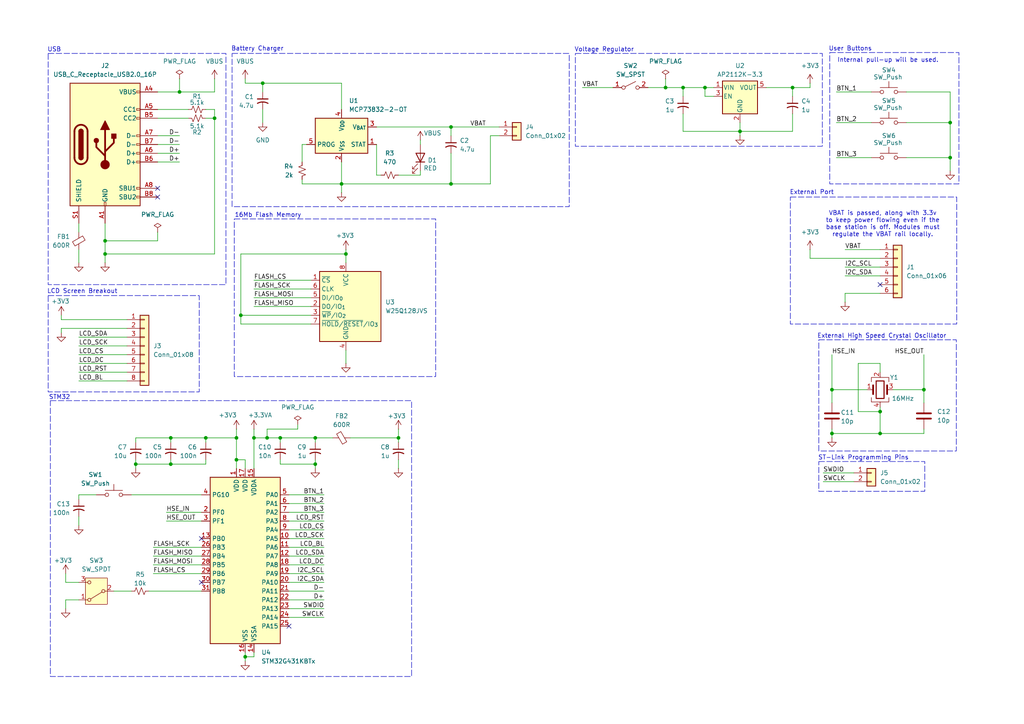
<source format=kicad_sch>
(kicad_sch (version 20250114) (generator "eeschema") (generator_version "9.0")
  (paper "A4")
  (lib_symbols
    (symbol "Battery_Management:MCP73832-2-OT"
      (property "Reference" "U" (at -7.62 6.35 0))
      (property "Value" "MCP73832-2-OT" (at 1.27 6.35 0))
      (symbol "MCP73832-2-OT_0_1"
        (rectangle (start -7.62 5.08) (end 7.62 -5.08) (stroke (width 0.254)) (fill (type background)))
      )
      (symbol "MCP73832-2-OT_1_1"
        (pin input line (at -10.16 -2.54 0) (length 2.54) (name "PROG") (number "5"))
        (pin power_in line (at 0 7.62 270) (length 2.54) (name "V_{DD}") (number "4"))
        (pin power_in line (at 0 -7.62 90) (length 2.54) (name "V_{SS}") (number "2"))
        (pin power_out line (at 10.16 2.54 180) (length 2.54) (name "V_{BAT}") (number "3"))
        (pin open_collector line (at 10.16 -2.54 180) (length 2.54) (name "STAT") (number "1"))
      )
    )
    (symbol "Connector:USB_C_Receptacle_USB2.0_16P" (pin_names (offset 1.016))
      (property "Reference" "J" (at 0 22.225 0))
      (property "Value" "USB_C_Receptacle_USB2.0_16P" (at 0 19.685 0))
      (symbol "USB_C_Receptacle_USB2.0_16P_0_0"
        (rectangle (start -0.254 -17.78) (end 0.254 -16.764))
        (rectangle (start 10.16 15.494) (end 9.144 14.986))
        (rectangle (start 10.16 10.414) (end 9.144 9.906))
        (rectangle (start 10.16 7.874) (end 9.144 7.366))
        (rectangle (start 10.16 2.794) (end 9.144 2.286))
        (rectangle (start 10.16 0.254) (end 9.144 -0.254))
        (rectangle (start 10.16 -2.286) (end 9.144 -2.794))
        (rectangle (start 10.16 -4.826) (end 9.144 -5.334))
        (rectangle (start 10.16 -12.446) (end 9.144 -12.954))
        (rectangle (start 10.16 -14.986) (end 9.144 -15.494))
      )
      (symbol "USB_C_Receptacle_USB2.0_16P_0_1"
        (rectangle (start -10.16 17.78) (end 10.16 -17.78) (stroke (width 0.254)) (fill (type background)))
        (polyline (pts (xy -8.89 -3.81) (xy -8.89 3.81)) (stroke (width 0.508)))
        (rectangle (start -7.62 -3.81) (end -6.35 3.81) (stroke (width 0.254)) (fill (type outline)))
        (arc (start -7.62 3.81) (mid -6.985 4.4423) (end -6.35 3.81) (stroke (width 0.254)))
        (arc (start -7.62 3.81) (mid -6.985 4.4423) (end -6.35 3.81) (stroke (width 0.254)) (fill (type outline)))
        (arc (start -8.89 3.81) (mid -6.985 5.7067) (end -5.08 3.81) (stroke (width 0.508)))
        (arc (start -5.08 -3.81) (mid -6.985 -5.7067) (end -8.89 -3.81) (stroke (width 0.508)))
        (arc (start -6.35 -3.81) (mid -6.985 -4.4423) (end -7.62 -3.81) (stroke (width 0.254)))
        (arc (start -6.35 -3.81) (mid -6.985 -4.4423) (end -7.62 -3.81) (stroke (width 0.254)) (fill (type outline)))
        (polyline (pts (xy -5.08 3.81) (xy -5.08 -3.81)) (stroke (width 0.508)))
        (circle (center -2.54 1.143) (radius 0.635) (stroke (width 0.254)) (fill (type outline)))
        (polyline (pts (xy -1.27 4.318) (xy 0 6.858) (xy 1.27 4.318) (xy -1.27 4.318)) (stroke (width 0.254)) (fill (type outline)))
        (polyline (pts (xy 0 -2.032) (xy 2.54 0.508) (xy 2.54 1.778)) (stroke (width 0.508)))
        (polyline (pts (xy 0 -3.302) (xy -2.54 -0.762) (xy -2.54 0.508)) (stroke (width 0.508)))
        (polyline (pts (xy 0 -5.842) (xy 0 4.318)) (stroke (width 0.508)))
        (circle (center 0 -5.842) (radius 1.27) (fill (type outline)))
        (rectangle (start 1.905 1.778) (end 3.175 3.048) (stroke (width 0.254)) (fill (type outline)))
      )
      (symbol "USB_C_Receptacle_USB2.0_16P_1_1"
        (pin passive line (at -7.62 -22.86 90) (length 5.08) (name "SHIELD") (number "S1"))
        (pin passive line (at 0 -22.86 90) (length 5.08) (name "GND") (number "A1"))
        (pin passive line (at 0 -22.86 90) (length 5.08) (hide yes) (name "GND") (number "A12"))
        (pin passive line (at 0 -22.86 90) (length 5.08) (hide yes) (name "GND") (number "B1"))
        (pin passive line (at 0 -22.86 90) (length 5.08) (hide yes) (name "GND") (number "B12"))
        (pin passive line (at 15.24 15.24 180) (length 5.08) (name "VBUS") (number "A4"))
        (pin passive line (at 15.24 15.24 180) (length 5.08) (hide yes) (name "VBUS") (number "A9"))
        (pin passive line (at 15.24 15.24 180) (length 5.08) (hide yes) (name "VBUS") (number "B4"))
        (pin passive line (at 15.24 15.24 180) (length 5.08) (hide yes) (name "VBUS") (number "B9"))
        (pin bidirectional line (at 15.24 10.16 180) (length 5.08) (name "CC1") (number "A5"))
        (pin bidirectional line (at 15.24 7.62 180) (length 5.08) (name "CC2") (number "B5"))
        (pin bidirectional line (at 15.24 2.54 180) (length 5.08) (name "D-") (number "A7"))
        (pin bidirectional line (at 15.24 0 180) (length 5.08) (name "D-") (number "B7"))
        (pin bidirectional line (at 15.24 -2.54 180) (length 5.08) (name "D+") (number "A6"))
        (pin bidirectional line (at 15.24 -5.08 180) (length 5.08) (name "D+") (number "B6"))
        (pin bidirectional line (at 15.24 -12.7 180) (length 5.08) (name "SBU1") (number "A8"))
        (pin bidirectional line (at 15.24 -15.24 180) (length 5.08) (name "SBU2") (number "B8"))
      )
    )
    (symbol "Connector_Generic:Conn_01x02" (pin_names (offset 1.016) (hide yes))
      (property "Reference" "J" (at 0 2.54 0))
      (property "Value" "Conn_01x02" (at 0 -5.08 0))
      (symbol "Conn_01x02_1_1"
        (rectangle (start -1.27 1.27) (end 1.27 -3.81) (stroke (width 0.254)) (fill (type background)))
        (rectangle (start -1.27 0.127) (end 0 -0.127) (stroke (width 0.1524)))
        (rectangle (start -1.27 -2.413) (end 0 -2.667) (stroke (width 0.1524)))
        (pin passive line (at -5.08 0 0) (length 3.81) (name "Pin_1") (number "1"))
        (pin passive line (at -5.08 -2.54 0) (length 3.81) (name "Pin_2") (number "2"))
      )
    )
    (symbol "Connector_Generic:Conn_01x06" (pin_names (offset 1.016) (hide yes))
      (property "Reference" "J" (at 0 7.62 0))
      (property "Value" "Conn_01x06" (at 0 -10.16 0))
      (symbol "Conn_01x06_1_1"
        (rectangle (start -1.27 6.35) (end 1.27 -8.89) (stroke (width 0.254)) (fill (type background)))
        (rectangle (start -1.27 5.207) (end 0 4.953) (stroke (width 0.1524)))
        (rectangle (start -1.27 2.667) (end 0 2.413) (stroke (width 0.1524)))
        (rectangle (start -1.27 0.127) (end 0 -0.127) (stroke (width 0.1524)))
        (rectangle (start -1.27 -2.413) (end 0 -2.667) (stroke (width 0.1524)))
        (rectangle (start -1.27 -4.953) (end 0 -5.207) (stroke (width 0.1524)))
        (rectangle (start -1.27 -7.493) (end 0 -7.747) (stroke (width 0.1524)))
        (pin passive line (at -5.08 5.08 0) (length 3.81) (name "Pin_1") (number "1"))
        (pin passive line (at -5.08 2.54 0) (length 3.81) (name "Pin_2") (number "2"))
        (pin passive line (at -5.08 0 0) (length 3.81) (name "Pin_3") (number "3"))
        (pin passive line (at -5.08 -2.54 0) (length 3.81) (name "Pin_4") (number "4"))
        (pin passive line (at -5.08 -5.08 0) (length 3.81) (name "Pin_5") (number "5"))
        (pin passive line (at -5.08 -7.62 0) (length 3.81) (name "Pin_6") (number "6"))
      )
    )
    (symbol "Connector_Generic:Conn_01x08" (pin_names (offset 1.016) (hide yes))
      (property "Reference" "J" (at 0 10.16 0))
      (property "Value" "Conn_01x08" (at 0 -12.7 0))
      (symbol "Conn_01x08_1_1"
        (rectangle (start -1.27 8.89) (end 1.27 -11.43) (stroke (width 0.254)) (fill (type background)))
        (rectangle (start -1.27 7.747) (end 0 7.493) (stroke (width 0.1524)))
        (rectangle (start -1.27 5.207) (end 0 4.953) (stroke (width 0.1524)))
        (rectangle (start -1.27 2.667) (end 0 2.413) (stroke (width 0.1524)))
        (rectangle (start -1.27 0.127) (end 0 -0.127) (stroke (width 0.1524)))
        (rectangle (start -1.27 -2.413) (end 0 -2.667) (stroke (width 0.1524)))
        (rectangle (start -1.27 -4.953) (end 0 -5.207) (stroke (width 0.1524)))
        (rectangle (start -1.27 -7.493) (end 0 -7.747) (stroke (width 0.1524)))
        (rectangle (start -1.27 -10.033) (end 0 -10.287) (stroke (width 0.1524)))
        (pin passive line (at -5.08 7.62 0) (length 3.81) (name "Pin_1") (number "1"))
        (pin passive line (at -5.08 5.08 0) (length 3.81) (name "Pin_2") (number "2"))
        (pin passive line (at -5.08 2.54 0) (length 3.81) (name "Pin_3") (number "3"))
        (pin passive line (at -5.08 0 0) (length 3.81) (name "Pin_4") (number "4"))
        (pin passive line (at -5.08 -2.54 0) (length 3.81) (name "Pin_5") (number "5"))
        (pin passive line (at -5.08 -5.08 0) (length 3.81) (name "Pin_6") (number "6"))
        (pin passive line (at -5.08 -7.62 0) (length 3.81) (name "Pin_7") (number "7"))
        (pin passive line (at -5.08 -10.16 0) (length 3.81) (name "Pin_8") (number "8"))
      )
    )
    (symbol "Device:C" (pin_numbers (hide yes)) (pin_names (offset 0.254))
      (property "Reference" "C" (at 0.635 2.54 0))
      (property "Value" "C" (at 0.635 -2.54 0))
      (symbol "C_0_1"
        (polyline (pts (xy -2.032 0.762) (xy 2.032 0.762)) (stroke (width 0.508)))
        (polyline (pts (xy -2.032 -0.762) (xy 2.032 -0.762)) (stroke (width 0.508)))
      )
      (symbol "C_1_1"
        (pin passive line (at 0 3.81 270) (length 2.794) (name "~") (number "1"))
        (pin passive line (at 0 -3.81 90) (length 2.794) (name "~") (number "2"))
      )
    )
    (symbol "Device:C_Small_US" (pin_numbers (hide yes)) (pin_names (offset 0.254) (hide yes))
      (property "Reference" "C" (at 0.254 1.778 0))
      (property "Value" "C_Small_US" (at 0.254 -2.032 0))
      (symbol "C_Small_US_0_1"
        (polyline (pts (xy -1.524 0.508) (xy 1.524 0.508)) (stroke (width 0.3048)))
        (arc (start -1.524 -0.762) (mid 0 -0.3734) (end 1.524 -0.762) (stroke (width 0.3048)))
      )
      (symbol "C_Small_US_1_1"
        (pin passive line (at 0 2.54 270) (length 2.032) (name "~") (number "1"))
        (pin passive line (at 0 -2.54 90) (length 2.032) (name "~") (number "2"))
      )
    )
    (symbol "Device:Crystal_GND24" (pin_names (offset 1.016) (hide yes))
      (property "Reference" "Y" (at 3.175 5.08 0))
      (property "Value" "Crystal_GND24" (at 3.175 3.175 0))
      (symbol "Crystal_GND24_0_1"
        (polyline (pts (xy -2.54 2.286) (xy -2.54 3.556) (xy 2.54 3.556) (xy 2.54 2.286)))
        (polyline (pts (xy -2.54 0) (xy -2.032 0)))
        (polyline (pts (xy -2.54 -2.286) (xy -2.54 -3.556) (xy 2.54 -3.556) (xy 2.54 -2.286)))
        (polyline (pts (xy -2.032 -1.27) (xy -2.032 1.27)) (stroke (width 0.508)))
        (rectangle (start -1.143 2.54) (end 1.143 -2.54) (stroke (width 0.3048)))
        (polyline (pts (xy 0 3.556) (xy 0 3.81)))
        (polyline (pts (xy 0 -3.81) (xy 0 -3.556)))
        (polyline (pts (xy 2.032 0) (xy 2.54 0)))
        (polyline (pts (xy 2.032 -1.27) (xy 2.032 1.27)) (stroke (width 0.508)))
      )
      (symbol "Crystal_GND24_1_1"
        (pin passive line (at -3.81 0 0) (length 1.27) (name "1") (number "1"))
        (pin passive line (at 0 5.08 270) (length 1.27) (name "2") (number "2"))
        (pin passive line (at 0 -5.08 90) (length 1.27) (name "4") (number "4"))
        (pin passive line (at 3.81 0 180) (length 1.27) (name "3") (number "3"))
      )
    )
    (symbol "Device:FerriteBead_Small" (pin_numbers (hide yes)) (pin_names (offset 0))
      (property "Reference" "FB" (at 1.905 1.27 0))
      (property "Value" "FerriteBead_Small" (at 1.905 -1.27 0))
      (symbol "FerriteBead_Small_0_1"
        (polyline (pts (xy -1.8288 0.2794) (xy -1.1176 1.4986) (xy 1.8288 -0.2032) (xy 1.1176 -1.4224) (xy -1.8288 0.2794)))
        (polyline (pts (xy 0 0.889) (xy 0 1.2954)))
        (polyline (pts (xy 0 -1.27) (xy 0 -0.7874)))
      )
      (symbol "FerriteBead_Small_1_1"
        (pin passive line (at 0 2.54 270) (length 1.27) (name "~") (number "1"))
        (pin passive line (at 0 -2.54 90) (length 1.27) (name "~") (number "2"))
      )
    )
    (symbol "Device:LED" (pin_numbers (hide yes)) (pin_names (offset 1.016) (hide yes))
      (property "Reference" "D" (at 0 2.54 0))
      (property "Value" "LED" (at 0 -2.54 0))
      (symbol "LED_0_1"
        (polyline (pts (xy -3.048 -0.762) (xy -4.572 -2.286) (xy -3.81 -2.286) (xy -4.572 -2.286) (xy -4.572 -1.524)))
        (polyline (pts (xy -1.778 -0.762) (xy -3.302 -2.286) (xy -2.54 -2.286) (xy -3.302 -2.286) (xy -3.302 -1.524)))
        (polyline (pts (xy -1.27 0) (xy 1.27 0)))
        (polyline (pts (xy -1.27 -1.27) (xy -1.27 1.27)) (stroke (width 0.254)))
        (polyline (pts (xy 1.27 -1.27) (xy 1.27 1.27) (xy -1.27 0) (xy 1.27 -1.27)) (stroke (width 0.254)))
      )
      (symbol "LED_1_1"
        (pin passive line (at -3.81 0 0) (length 2.54) (name "K") (number "1"))
        (pin passive line (at 3.81 0 180) (length 2.54) (name "A") (number "2"))
      )
    )
    (symbol "Device:R_Small_US" (pin_numbers (hide yes)) (pin_names (offset 0.254) (hide yes))
      (property "Reference" "R" (at 0.762 0.508 0))
      (property "Value" "R_Small_US" (at 0.762 -1.016 0))
      (symbol "R_Small_US_1_1"
        (polyline (pts (xy 0 1.524) (xy 1.016 1.143) (xy 0 0.762) (xy -1.016 0.381) (xy 0 0)))
        (polyline (pts (xy 0 0) (xy 1.016 -0.381) (xy 0 -0.762) (xy -1.016 -1.143) (xy 0 -1.524)))
        (pin passive line (at 0 2.54 270) (length 1.016) (name "~") (number "1"))
        (pin passive line (at 0 -2.54 90) (length 1.016) (name "~") (number "2"))
      )
    )
    (symbol "MCU_ST_STM32G4:STM32G431KBTx"
      (property "Reference" "U" (at -10.16 26.67 0))
      (property "Value" "STM32G431KBTx" (at 5.08 26.67 0))
      (symbol "STM32G431KBTx_0_1"
        (rectangle (start -10.16 -22.86) (end 10.16 25.4) (stroke (width 0.254)) (fill (type background)))
      )
      (symbol "STM32G431KBTx_1_1"
        (pin bidirectional line (at -12.7 20.32 0) (length 2.54) (name "PG10") (number "4"))
        (pin bidirectional line (at -12.7 15.24 0) (length 2.54) (name "PF0") (number "2"))
        (pin bidirectional line (at -12.7 12.7 0) (length 2.54) (name "PF1") (number "3"))
        (pin bidirectional line (at -12.7 7.62 0) (length 2.54) (name "PB0") (number "13"))
        (pin bidirectional line (at -12.7 5.08 0) (length 2.54) (name "PB3") (number "26"))
        (pin bidirectional line (at -12.7 2.54 0) (length 2.54) (name "PB4") (number "27"))
        (pin bidirectional line (at -12.7 0 0) (length 2.54) (name "PB5") (number "28"))
        (pin bidirectional line (at -12.7 -2.54 0) (length 2.54) (name "PB6") (number "29"))
        (pin bidirectional line (at -12.7 -5.08 0) (length 2.54) (name "PB7") (number "30"))
        (pin bidirectional line (at -12.7 -7.62 0) (length 2.54) (name "PB8") (number "31"))
        (pin power_in line (at -2.54 27.94 270) (length 2.54) (name "VDD") (number "1"))
        (pin power_in line (at 0 27.94 270) (length 2.54) (name "VDD") (number "17"))
        (pin power_in line (at 0 -25.4 90) (length 2.54) (name "VSS") (number "16"))
        (pin passive line (at 0 -25.4 90) (length 2.54) (hide yes) (name "VSS") (number "32"))
        (pin power_in line (at 2.54 27.94 270) (length 2.54) (name "VDDA") (number "15"))
        (pin power_in line (at 2.54 -25.4 90) (length 2.54) (name "VSSA") (number "14"))
        (pin bidirectional line (at 12.7 20.32 180) (length 2.54) (name "PA0") (number "5"))
        (pin bidirectional line (at 12.7 17.78 180) (length 2.54) (name "PA1") (number "6"))
        (pin bidirectional line (at 12.7 15.24 180) (length 2.54) (name "PA2") (number "7"))
        (pin bidirectional line (at 12.7 12.7 180) (length 2.54) (name "PA3") (number "8"))
        (pin bidirectional line (at 12.7 10.16 180) (length 2.54) (name "PA4") (number "9"))
        (pin bidirectional line (at 12.7 7.62 180) (length 2.54) (name "PA5") (number "10"))
        (pin bidirectional line (at 12.7 5.08 180) (length 2.54) (name "PA6") (number "11"))
        (pin bidirectional line (at 12.7 2.54 180) (length 2.54) (name "PA7") (number "12"))
        (pin bidirectional line (at 12.7 0 180) (length 2.54) (name "PA8") (number "18"))
        (pin bidirectional line (at 12.7 -2.54 180) (length 2.54) (name "PA9") (number "19"))
        (pin bidirectional line (at 12.7 -5.08 180) (length 2.54) (name "PA10") (number "20"))
        (pin bidirectional line (at 12.7 -7.62 180) (length 2.54) (name "PA11") (number "21"))
        (pin bidirectional line (at 12.7 -10.16 180) (length 2.54) (name "PA12") (number "22"))
        (pin bidirectional line (at 12.7 -12.7 180) (length 2.54) (name "PA13") (number "23"))
        (pin bidirectional line (at 12.7 -15.24 180) (length 2.54) (name "PA14") (number "24"))
        (pin bidirectional line (at 12.7 -17.78 180) (length 2.54) (name "PA15") (number "25"))
      )
    )
    (symbol "Memory_Flash:W25Q128JVS"
      (property "Reference" "U" (at -6.35 11.43 0))
      (property "Value" "W25Q128JVS" (at 7.62 11.43 0))
      (symbol "W25Q128JVS_0_1"
        (rectangle (start -7.62 10.16) (end 10.16 -10.16) (stroke (width 0.254)) (fill (type background)))
      )
      (symbol "W25Q128JVS_1_1"
        (pin input line (at -10.16 7.62 0) (length 2.54) (name "~{CS}") (number "1"))
        (pin input line (at -10.16 5.08 0) (length 2.54) (name "CLK") (number "6"))
        (pin bidirectional line (at -10.16 2.54 0) (length 2.54) (name "DI/IO_{0}") (number "5"))
        (pin bidirectional line (at -10.16 0 0) (length 2.54) (name "DO/IO_{1}") (number "2"))
        (pin bidirectional line (at -10.16 -2.54 0) (length 2.54) (name "~{WP}/IO_{2}") (number "3"))
        (pin bidirectional line (at -10.16 -5.08 0) (length 2.54) (name "~{HOLD}/~{RESET}/IO_{3}") (number "7"))
        (pin power_in line (at 0 12.7 270) (length 2.54) (name "VCC") (number "8"))
        (pin power_in line (at 0 -12.7 90) (length 2.54) (name "GND") (number "4"))
      )
    )
    (symbol "Regulator_Linear:AP2112K-3.3" (pin_names (offset 0.254))
      (property "Reference" "U" (at -5.08 5.715 0))
      (property "Value" "AP2112K-3.3" (at 0 5.715 0))
      (symbol "AP2112K-3.3_0_1"
        (rectangle (start -5.08 4.445) (end 5.08 -5.08) (stroke (width 0.254)) (fill (type background)))
      )
      (symbol "AP2112K-3.3_1_1"
        (pin power_in line (at -7.62 2.54 0) (length 2.54) (name "VIN") (number "1"))
        (pin input line (at -7.62 0 0) (length 2.54) (name "EN") (number "3"))
        (pin power_in line (at 0 -7.62 90) (length 2.54) (name "GND") (number "2"))
        (pin no_connect line (at 5.08 0 180) (length 2.54) (hide yes) (name "NC") (number "4"))
        (pin power_out line (at 7.62 2.54 180) (length 2.54) (name "VOUT") (number "5"))
      )
    )
    (symbol "Switch:SW_Push" (pin_numbers (hide yes)) (pin_names (offset 1.016) (hide yes))
      (property "Reference" "SW" (at 1.27 2.54 0))
      (property "Value" "SW_Push" (at 0 -1.524 0))
      (symbol "SW_Push_0_1"
        (circle (center -2.032 0) (radius 0.508))
        (polyline (pts (xy 0 1.27) (xy 0 3.048)))
        (circle (center 2.032 0) (radius 0.508))
        (polyline (pts (xy 2.54 1.27) (xy -2.54 1.27)))
        (pin passive line (at -5.08 0 0) (length 2.54) (name "1") (number "1"))
        (pin passive line (at 5.08 0 180) (length 2.54) (name "2") (number "2"))
      )
    )
    (symbol "Switch:SW_SPDT" (pin_names (offset 0) (hide yes))
      (property "Reference" "SW" (at 0 5.08 0))
      (property "Value" "SW_SPDT" (at 0 -5.08 0))
      (symbol "SW_SPDT_0_1"
        (circle (center -2.032 0) (radius 0.4572))
        (polyline (pts (xy -1.651 0.254) (xy 1.651 2.286)))
        (circle (center 2.032 2.54) (radius 0.4572))
        (circle (center 2.032 -2.54) (radius 0.4572))
      )
      (symbol "SW_SPDT_1_1"
        (rectangle (start -3.175 3.81) (end 3.175 -3.81) (fill (type background)))
        (pin passive line (at -5.08 0 0) (length 2.54) (name "B") (number "2"))
        (pin passive line (at 5.08 2.54 180) (length 2.54) (name "A") (number "1"))
        (pin passive line (at 5.08 -2.54 180) (length 2.54) (name "C") (number "3"))
      )
    )
    (symbol "Switch:SW_SPST" (pin_names (offset 0) (hide yes))
      (property "Reference" "SW" (at 0 3.175 0))
      (property "Value" "SW_SPST" (at 0 -2.54 0))
      (symbol "SW_SPST_0_0"
        (circle (center -2.032 0) (radius 0.508))
        (polyline (pts (xy -1.524 0.254) (xy 1.524 1.778)))
        (circle (center 2.032 0) (radius 0.508))
      )
      (symbol "SW_SPST_1_1"
        (pin passive line (at -5.08 0 0) (length 2.54) (name "A") (number "1"))
        (pin passive line (at 5.08 0 180) (length 2.54) (name "B") (number "2"))
      )
    )
    (symbol "power:+3.3VA" (power) (pin_numbers (hide yes)) (pin_names (offset 0) (hide yes))
      (property "Value" "+3.3VA" (at 0 3.556 0))
      (symbol "+3.3VA_0_1"
        (polyline (pts (xy -0.762 1.27) (xy 0 2.54)))
        (polyline (pts (xy 0 2.54) (xy 0.762 1.27)))
        (polyline (pts (xy 0 0) (xy 0 2.54)))
      )
      (symbol "+3.3VA_1_1"
        (pin power_in line (at 0 0 90) (length 0) (name "~") (number "1"))
      )
    )
    (symbol "power:+3V3" (power) (pin_numbers (hide yes)) (pin_names (offset 0) (hide yes))
      (property "Value" "+3V3" (at 0 3.556 0))
      (symbol "+3V3_0_1"
        (polyline (pts (xy -0.762 1.27) (xy 0 2.54)))
        (polyline (pts (xy 0 2.54) (xy 0.762 1.27)))
        (polyline (pts (xy 0 0) (xy 0 2.54)))
      )
      (symbol "+3V3_1_1"
        (pin power_in line (at 0 0 90) (length 0) (name "~") (number "1"))
      )
    )
    (symbol "power:GND" (power) (pin_numbers (hide yes)) (pin_names (offset 0) (hide yes))
      (property "Value" "GND" (at 0 -3.81 0))
      (symbol "GND_0_1"
        (polyline (pts (xy 0 0) (xy 0 -1.27) (xy 1.27 -1.27) (xy 0 -2.54) (xy -1.27 -1.27) (xy 0 -1.27)))
      )
      (symbol "GND_1_1"
        (pin power_in line (at 0 0 270) (length 0) (name "~") (number "1"))
      )
    )
    (symbol "power:PWR_FLAG" (power) (pin_numbers (hide yes)) (pin_names (offset 0) (hide yes))
      (property "Value" "PWR_FLAG" (at 0 3.81 0))
      (symbol "PWR_FLAG_0_0"
        (pin power_out line (at 0 0 90) (length 0) (name "~") (number "1"))
      )
      (symbol "PWR_FLAG_0_1"
        (polyline (pts (xy 0 0) (xy 0 1.27) (xy -1.016 1.905) (xy 0 2.54) (xy 1.016 1.905) (xy 0 1.27)))
      )
    )
    (symbol "power:VBUS" (power) (pin_numbers (hide yes)) (pin_names (offset 0) (hide yes))
      (property "Value" "VBUS" (at 0 3.556 0))
      (symbol "VBUS_0_1"
        (polyline (pts (xy -0.762 1.27) (xy 0 2.54)))
        (polyline (pts (xy 0 2.54) (xy 0.762 1.27)))
        (polyline (pts (xy 0 0) (xy 0 2.54)))
      )
      (symbol "VBUS_1_1"
        (pin power_in line (at 0 0 90) (length 0) (name "~") (number "1"))
      )
    )
  )
  (rectangle (start 67.31 15.494) (end 165.1 59.944) (stroke (width 0) (type dash)))
  (rectangle (start 237.49 98.552) (end 277.368 130.81) (stroke (width 0) (type dash)))
  (rectangle (start 67.945 63.5) (end 126.365 109.22) (stroke (width 0) (type dash)))
  (rectangle (start 166.878 15.494) (end 238.506 42.418) (stroke (width 0) (type dash)))
  (rectangle (start 240.665 15.24) (end 278.13 53.34) (stroke (width 0) (type dash)))
  (rectangle (start 13.97 15.494) (end 65.532 82.55) (stroke (width 0) (type dash)))
  (rectangle (start 13.97 85.725) (end 57.785 113.665) (stroke (width 0) (type dash)))
  (rectangle (start 14.605 116.205) (end 119.38 196.215) (stroke (width 0) (type dash)))
  (rectangle (start 237.49 133.858) (end 268.224 142.494) (stroke (width 0) (type dash)))
  (rectangle (start 229.235 57.15) (end 277.495 93.98) (stroke (width 0) (type dash)))
  (text "ST-Link Programming Pins" (at 250.444 132.842 0) (effects (font (size 1.27 1.27))))
  (text "USB" (at 15.748 14.478 0) (effects (font (size 1.27 1.27))))
  (text "LCD Screen Breakout" (at 23.876 84.582 0) (effects (font (size 1.27 1.27))))
  (text "User Buttons" (at 246.634 14.224 0) (effects (font (size 1.27 1.27))))
  (text "External Port" (at 235.458 55.88 0) (effects (font (size 1.27 1.27))))
  (text "Voltage Regulator" (at 175.26 14.478 0) (effects (font (size 1.27 1.27))))
  (text "16Mb Flash Memory" (at 77.724 62.484 0) (effects (font (size 1.27 1.27))))
  (text "VBAT is passed, along with 3.3v\nto keep power flowing even if the\nbase station is off. Modules must\nregulate the VBAT rail locally." (at 256.032 65.024 0) (effects (font (size 1.27 1.27))))
  (text "External High Speed Crystal Oscillator" (at 255.778 97.536 0) (effects (font (size 1.27 1.27))))
  (text "Internal pull-up will be used." (at 257.556 17.526 0) (effects (font (size 1.27 1.27))))
  (text "Battery Charger" (at 74.676 14.224 0) (effects (font (size 1.27 1.27))))
  (text "STM32" (at 17.272 115.316 0) (effects (font (size 1.27 1.27))))
  (junction (at 275.59 45.72))
  (junction (at 91.44 127))
  (junction (at 255.27 125.73))
  (junction (at 81.28 127))
  (junction (at 241.3 113.03))
  (junction (at 100.33 73.66))
  (junction (at 69.85 91.44))
  (junction (at 68.58 133.35))
  (junction (at 115.57 127))
  (junction (at 59.69 127))
  (junction (at 52.07 26.67))
  (junction (at 130.81 36.83))
  (junction (at 198.12 25.4))
  (junction (at 49.53 127))
  (junction (at 76.2 24.13))
  (junction (at 275.59 35.56))
  (junction (at 71.12 190.5))
  (junction (at 39.37 134.62))
  (junction (at 68.58 127))
  (junction (at 99.06 53.34))
  (junction (at 130.81 53.34))
  (junction (at 73.66 127))
  (junction (at 267.97 113.03))
  (junction (at 77.47 127))
  (junction (at 204.47 25.4))
  (junction (at 30.48 73.66))
  (junction (at 193.04 25.4))
  (junction (at 255.27 119.38))
  (junction (at 214.63 38.1))
  (junction (at 91.44 134.62))
  (junction (at 229.87 25.4))
  (junction (at 241.3 125.73))
  (junction (at 62.23 34.29))
  (junction (at 49.53 134.62))
  (junction (at 30.48 69.85))
  (no_connect (at 58.42 168.91))
  (no_connect (at 255.27 82.55))
  (no_connect (at 45.72 54.61))
  (no_connect (at 45.72 57.15))
  (no_connect (at 58.42 156.21))
  (no_connect (at 83.82 181.61))
  (wire (pts (xy 229.87 25.4) (xy 234.95 25.4)))
  (wire (pts (xy 121.92 50.8) (xy 115.57 50.8)))
  (wire (pts (xy 44.45 163.83) (xy 58.42 163.83)))
  (wire (pts (xy 68.58 127) (xy 68.58 133.35)))
  (wire (pts (xy 83.82 168.91) (xy 93.98 168.91)))
  (wire (pts (xy 49.53 127) (xy 49.53 128.27)))
  (wire (pts (xy 76.2 31.75) (xy 76.2 35.56)))
  (wire (pts (xy 73.66 189.23) (xy 73.66 190.5)))
  (wire (pts (xy 83.82 153.67) (xy 93.98 153.67)))
  (wire (pts (xy 142.24 53.34) (xy 130.81 53.34)))
  (wire (pts (xy 19.05 168.91) (xy 22.86 168.91)))
  (wire (pts (xy 100.33 101.6) (xy 100.33 105.41)))
  (wire (pts (xy 241.3 125.73) (xy 255.27 125.73)))
  (wire (pts (xy 259.08 113.03) (xy 267.97 113.03)))
  (wire (pts (xy 109.22 41.91) (xy 109.22 50.8)))
  (wire (pts (xy 101.6 127) (xy 115.57 127)))
  (wire (pts (xy 59.69 134.62) (xy 49.53 134.62)))
  (wire (pts (xy 198.12 38.1) (xy 214.63 38.1)))
  (wire (pts (xy 91.44 134.62) (xy 91.44 135.89)))
  (wire (pts (xy 267.97 113.03) (xy 267.97 116.84)))
  (wire (pts (xy 59.69 127) (xy 68.58 127)))
  (wire (pts (xy 121.92 40.64) (xy 121.92 41.91)))
  (wire (pts (xy 142.24 39.37) (xy 142.24 53.34)))
  (wire (pts (xy 76.2 24.13) (xy 76.2 26.67)))
  (wire (pts (xy 83.82 143.51) (xy 93.98 143.51)))
  (wire (pts (xy 91.44 133.35) (xy 91.44 134.62)))
  (wire (pts (xy 62.23 73.66) (xy 30.48 73.66)))
  (wire (pts (xy 255.27 118.11) (xy 255.27 119.38)))
  (wire (pts (xy 62.23 34.29) (xy 62.23 73.66)))
  (wire (pts (xy 71.12 135.89) (xy 71.12 133.35)))
  (wire (pts (xy 100.33 73.66) (xy 100.33 76.2)))
  (wire (pts (xy 255.27 107.95) (xy 255.27 105.41)))
  (wire (pts (xy 30.48 73.66) (xy 30.48 76.2)))
  (wire (pts (xy 52.07 26.67) (xy 62.23 26.67)))
  (wire (pts (xy 255.27 125.73) (xy 267.97 125.73)))
  (wire (pts (xy 207.01 27.94) (xy 204.47 27.94)))
  (wire (pts (xy 193.04 22.86) (xy 193.04 25.4)))
  (wire (pts (xy 39.37 134.62) (xy 49.53 134.62)))
  (wire (pts (xy 44.45 166.37) (xy 58.42 166.37)))
  (wire (pts (xy 22.86 173.99) (xy 19.05 173.99)))
  (wire (pts (xy 248.92 119.38) (xy 255.27 119.38)))
  (wire (pts (xy 275.59 35.56) (xy 275.59 45.72)))
  (wire (pts (xy 245.11 72.39) (xy 255.27 72.39)))
  (wire (pts (xy 130.81 36.83) (xy 144.78 36.83)))
  (wire (pts (xy 87.63 41.91) (xy 87.63 46.99)))
  (wire (pts (xy 262.89 45.72) (xy 275.59 45.72)))
  (wire (pts (xy 62.23 31.75) (xy 62.23 34.29)))
  (wire (pts (xy 17.78 96.52) (xy 17.78 95.25)))
  (wire (pts (xy 83.82 156.21) (xy 93.98 156.21)))
  (wire (pts (xy 229.87 38.1) (xy 214.63 38.1)))
  (wire (pts (xy 45.72 41.91) (xy 52.07 41.91)))
  (wire (pts (xy 19.05 166.37) (xy 19.05 168.91)))
  (wire (pts (xy 49.53 127) (xy 39.37 127)))
  (wire (pts (xy 83.82 179.07) (xy 93.98 179.07)))
  (wire (pts (xy 198.12 25.4) (xy 198.12 27.94)))
  (wire (pts (xy 88.9 41.91) (xy 87.63 41.91)))
  (wire (pts (xy 59.69 133.35) (xy 59.69 134.62)))
  (wire (pts (xy 17.78 92.71) (xy 36.83 92.71)))
  (wire (pts (xy 242.57 35.56) (xy 252.73 35.56)))
  (wire (pts (xy 109.22 36.83) (xy 130.81 36.83)))
  (wire (pts (xy 45.72 46.99) (xy 52.07 46.99)))
  (wire (pts (xy 43.18 171.45) (xy 58.42 171.45)))
  (wire (pts (xy 245.11 85.09) (xy 245.11 87.63)))
  (wire (pts (xy 68.58 133.35) (xy 68.58 135.89)))
  (wire (pts (xy 71.12 24.13) (xy 76.2 24.13)))
  (wire (pts (xy 19.05 173.99) (xy 19.05 176.53)))
  (wire (pts (xy 267.97 124.46) (xy 267.97 125.73)))
  (wire (pts (xy 49.53 133.35) (xy 49.53 134.62)))
  (wire (pts (xy 245.11 80.01) (xy 255.27 80.01)))
  (wire (pts (xy 59.69 128.27) (xy 59.69 127)))
  (wire (pts (xy 22.86 72.39) (xy 22.86 76.2)))
  (wire (pts (xy 83.82 148.59) (xy 93.98 148.59)))
  (wire (pts (xy 241.3 124.46) (xy 241.3 125.73)))
  (wire (pts (xy 76.2 24.13) (xy 99.06 24.13)))
  (wire (pts (xy 83.82 166.37) (xy 93.98 166.37)))
  (wire (pts (xy 275.59 45.72) (xy 275.59 49.53)))
  (wire (pts (xy 229.87 33.02) (xy 229.87 38.1)))
  (wire (pts (xy 62.23 22.86) (xy 62.23 26.67)))
  (wire (pts (xy 45.72 26.67) (xy 52.07 26.67)))
  (wire (pts (xy 222.25 25.4) (xy 229.87 25.4)))
  (wire (pts (xy 83.82 158.75) (xy 93.98 158.75)))
  (wire (pts (xy 22.86 105.41) (xy 36.83 105.41)))
  (wire (pts (xy 255.27 105.41) (xy 248.92 105.41)))
  (wire (pts (xy 214.63 35.56) (xy 214.63 38.1)))
  (wire (pts (xy 48.26 148.59) (xy 58.42 148.59)))
  (wire (pts (xy 234.95 74.93) (xy 255.27 74.93)))
  (wire (pts (xy 73.66 86.36) (xy 90.17 86.36)))
  (wire (pts (xy 81.28 127) (xy 91.44 127)))
  (wire (pts (xy 262.89 35.56) (xy 275.59 35.56)))
  (wire (pts (xy 73.66 190.5) (xy 71.12 190.5)))
  (wire (pts (xy 27.94 143.51) (xy 22.86 143.51)))
  (wire (pts (xy 45.72 39.37) (xy 52.07 39.37)))
  (wire (pts (xy 73.66 127) (xy 73.66 135.89)))
  (wire (pts (xy 22.86 143.51) (xy 22.86 144.78)))
  (wire (pts (xy 22.86 100.33) (xy 36.83 100.33)))
  (wire (pts (xy 22.86 97.79) (xy 36.83 97.79)))
  (wire (pts (xy 68.58 124.46) (xy 68.58 127)))
  (wire (pts (xy 241.3 113.03) (xy 241.3 116.84)))
  (wire (pts (xy 81.28 133.35) (xy 81.28 134.62)))
  (wire (pts (xy 77.47 127) (xy 81.28 127)))
  (wire (pts (xy 45.72 31.75) (xy 54.61 31.75)))
  (wire (pts (xy 241.3 125.73) (xy 241.3 127)))
  (wire (pts (xy 44.45 161.29) (xy 58.42 161.29)))
  (wire (pts (xy 115.57 133.35) (xy 115.57 135.89)))
  (wire (pts (xy 242.57 45.72) (xy 252.73 45.72)))
  (wire (pts (xy 73.66 88.9) (xy 90.17 88.9)))
  (wire (pts (xy 59.69 34.29) (xy 62.23 34.29)))
  (wire (pts (xy 83.82 146.05) (xy 93.98 146.05)))
  (wire (pts (xy 204.47 25.4) (xy 207.01 25.4)))
  (wire (pts (xy 91.44 127) (xy 91.44 128.27)))
  (wire (pts (xy 39.37 134.62) (xy 39.37 135.89)))
  (wire (pts (xy 17.78 95.25) (xy 36.83 95.25)))
  (wire (pts (xy 45.72 69.85) (xy 30.48 69.85)))
  (wire (pts (xy 45.72 34.29) (xy 54.61 34.29)))
  (wire (pts (xy 81.28 134.62) (xy 91.44 134.62)))
  (wire (pts (xy 83.82 163.83) (xy 93.98 163.83)))
  (wire (pts (xy 83.82 176.53) (xy 93.98 176.53)))
  (wire (pts (xy 22.86 102.87) (xy 36.83 102.87)))
  (wire (pts (xy 262.89 26.67) (xy 275.59 26.67)))
  (wire (pts (xy 81.28 127) (xy 81.28 128.27)))
  (wire (pts (xy 234.95 72.39) (xy 234.95 74.93)))
  (wire (pts (xy 73.66 81.28) (xy 90.17 81.28)))
  (wire (pts (xy 48.26 151.13) (xy 58.42 151.13)))
  (wire (pts (xy 241.3 102.87) (xy 241.3 113.03)))
  (wire (pts (xy 275.59 26.67) (xy 275.59 35.56)))
  (wire (pts (xy 248.92 105.41) (xy 248.92 119.38)))
  (wire (pts (xy 144.78 39.37) (xy 142.24 39.37)))
  (wire (pts (xy 83.82 151.13) (xy 93.98 151.13)))
  (wire (pts (xy 38.1 143.51) (xy 58.42 143.51)))
  (wire (pts (xy 168.91 25.4) (xy 177.8 25.4)))
  (wire (pts (xy 44.45 158.75) (xy 58.42 158.75)))
  (wire (pts (xy 99.06 24.13) (xy 99.06 31.75)))
  (wire (pts (xy 71.12 189.23) (xy 71.12 190.5)))
  (wire (pts (xy 255.27 85.09) (xy 245.11 85.09)))
  (wire (pts (xy 115.57 127) (xy 115.57 128.27)))
  (wire (pts (xy 86.36 123.19) (xy 86.36 124.46)))
  (wire (pts (xy 90.17 91.44) (xy 69.85 91.44)))
  (wire (pts (xy 39.37 133.35) (xy 39.37 134.62)))
  (wire (pts (xy 193.04 25.4) (xy 198.12 25.4)))
  (wire (pts (xy 100.33 72.39) (xy 100.33 73.66)))
  (wire (pts (xy 91.44 127) (xy 96.52 127)))
  (wire (pts (xy 22.86 64.77) (xy 22.86 67.31)))
  (wire (pts (xy 86.36 124.46) (xy 77.47 124.46)))
  (wire (pts (xy 241.3 113.03) (xy 251.46 113.03)))
  (wire (pts (xy 83.82 173.99) (xy 93.98 173.99)))
  (wire (pts (xy 238.76 137.16) (xy 247.65 137.16)))
  (wire (pts (xy 99.06 46.99) (xy 99.06 53.34)))
  (wire (pts (xy 22.86 107.95) (xy 36.83 107.95)))
  (wire (pts (xy 109.22 50.8) (xy 110.49 50.8)))
  (wire (pts (xy 204.47 27.94) (xy 204.47 25.4)))
  (wire (pts (xy 77.47 124.46) (xy 77.47 127)))
  (wire (pts (xy 267.97 102.87) (xy 267.97 113.03)))
  (wire (pts (xy 87.63 53.34) (xy 99.06 53.34)))
  (wire (pts (xy 130.81 53.34) (xy 99.06 53.34)))
  (wire (pts (xy 130.81 44.45) (xy 130.81 53.34)))
  (wire (pts (xy 198.12 33.02) (xy 198.12 38.1)))
  (wire (pts (xy 99.06 53.34) (xy 99.06 55.88)))
  (wire (pts (xy 30.48 69.85) (xy 30.48 73.66)))
  (wire (pts (xy 71.12 22.86) (xy 71.12 24.13)))
  (wire (pts (xy 45.72 67.31) (xy 45.72 69.85)))
  (wire (pts (xy 90.17 93.98) (xy 69.85 93.98)))
  (wire (pts (xy 121.92 49.53) (xy 121.92 50.8)))
  (wire (pts (xy 187.96 25.4) (xy 193.04 25.4)))
  (wire (pts (xy 255.27 119.38) (xy 255.27 125.73)))
  (wire (pts (xy 17.78 91.44) (xy 17.78 92.71)))
  (wire (pts (xy 87.63 53.34) (xy 87.63 52.07)))
  (wire (pts (xy 22.86 149.86) (xy 22.86 152.4)))
  (wire (pts (xy 45.72 44.45) (xy 52.07 44.45)))
  (wire (pts (xy 83.82 171.45) (xy 93.98 171.45)))
  (wire (pts (xy 52.07 22.86) (xy 52.07 26.67)))
  (wire (pts (xy 130.81 36.83) (xy 130.81 39.37)))
  (wire (pts (xy 242.57 26.67) (xy 252.73 26.67)))
  (wire (pts (xy 59.69 31.75) (xy 62.23 31.75)))
  (wire (pts (xy 73.66 124.46) (xy 73.66 127)))
  (wire (pts (xy 39.37 127) (xy 39.37 128.27)))
  (wire (pts (xy 198.12 25.4) (xy 204.47 25.4)))
  (wire (pts (xy 69.85 73.66) (xy 100.33 73.66)))
  (wire (pts (xy 69.85 93.98) (xy 69.85 91.44)))
  (wire (pts (xy 73.66 83.82) (xy 90.17 83.82)))
  (wire (pts (xy 22.86 110.49) (xy 36.83 110.49)))
  (wire (pts (xy 59.69 127) (xy 49.53 127)))
  (wire (pts (xy 214.63 38.1) (xy 214.63 39.37)))
  (wire (pts (xy 229.87 25.4) (xy 229.87 27.94)))
  (wire (pts (xy 245.11 77.47) (xy 255.27 77.47)))
  (wire (pts (xy 71.12 190.5) (xy 71.12 191.77)))
  (wire (pts (xy 234.95 25.4) (xy 234.95 24.13)))
  (wire (pts (xy 30.48 64.77) (xy 30.48 69.85)))
  (wire (pts (xy 33.02 171.45) (xy 38.1 171.45)))
  (wire (pts (xy 71.12 133.35) (xy 68.58 133.35)))
  (wire (pts (xy 83.82 161.29) (xy 93.98 161.29)))
  (wire (pts (xy 69.85 91.44) (xy 69.85 73.66)))
  (wire (pts (xy 115.57 124.46) (xy 115.57 127)))
  (wire (pts (xy 73.66 127) (xy 77.47 127)))
  (wire (pts (xy 238.76 139.7) (xy 247.65 139.7)))
  (label "LCD_DC" (at 93.98 163.83 180))
  (label "LCD_SDA" (at 93.98 161.29 180))
  (label "LCD_SDA" (at 22.86 97.79 0))
  (label "LCD_RST" (at 93.98 151.13 180))
  (label "HSE_OUT" (at 267.97 102.87 180))
  (label "VBAT" (at 168.91 25.4 0))
  (label "SWDIO" (at 93.98 176.53 180))
  (label "LCD_BL" (at 22.86 110.49 0))
  (label "BTN_1" (at 242.57 26.67 0))
  (label "LCD_SCK" (at 22.86 100.33 0))
  (label "SWCLK" (at 238.76 139.7 0))
  (label "I2C_SDA" (at 245.11 80.01 0))
  (label "BTN_3" (at 93.98 148.59 180))
  (label "LCD_SCK" (at 93.98 156.21 180))
  (label "LCD_RST" (at 22.86 107.95 0))
  (label "D-" (at 93.98 171.45 180))
  (label "BTN_2" (at 242.57 35.56 0))
  (label "VBAT" (at 140.97 36.83 180))
  (label "FLASH_SCK" (at 44.45 158.75 0))
  (label "LCD_DC" (at 22.86 105.41 0))
  (label "D-" (at 52.07 41.91 180))
  (label "FLASH_MOSI" (at 44.45 163.83 0))
  (label "BTN_2" (at 93.98 146.05 180))
  (label "FLASH_SCK" (at 73.66 83.82 0))
  (label "BTN_3" (at 242.57 45.72 0))
  (label "FLASH_MISO" (at 44.45 161.29 0))
  (label "BTN_1" (at 93.98 143.51 180))
  (label "D+" (at 93.98 173.99 180))
  (label "SWDIO" (at 238.76 137.16 0))
  (label "HSE_IN" (at 48.26 148.59 0))
  (label "FLASH_MISO" (at 73.66 88.9 0))
  (label "FLASH_CS" (at 73.66 81.28 0))
  (label "D-" (at 52.07 39.37 180))
  (label "VBAT" (at 245.11 72.39 0))
  (label "I2C_SDA" (at 93.98 168.91 180))
  (label "D+" (at 52.07 46.99 180))
  (label "I2C_SCL" (at 93.98 166.37 180))
  (label "HSE_OUT" (at 48.26 151.13 0))
  (label "LCD_CS" (at 22.86 102.87 0))
  (label "FLASH_CS" (at 44.45 166.37 0))
  (label "HSE_IN" (at 241.3 102.87 0))
  (label "FLASH_MOSI" (at 73.66 86.36 0))
  (label "LCD_CS" (at 93.98 153.67 180))
  (label "D+" (at 52.07 44.45 180))
  (label "I2C_SCL" (at 245.11 77.47 0))
  (label "LCD_BL" (at 93.98 158.75 180))
  (label "SWCLK" (at 93.98 179.07 180))
  (symbol (lib_id "Device:C_Small_US") (at 91.44 130.81 0) (mirror y) (unit 1)
    (property "Reference" "C9" (at 88.9 129.6669 0) (effects (justify left)))
    (property "Value" "1u" (at 88.9 132.2069 0) (effects (justify left)))
    (property "Description" "capacitor, small US symbol" (effects (hide yes)))
  )
  (symbol (lib_id "Switch:SW_Push") (at 33.02 143.51 0) (unit 1)
    (property "Reference" "SW1" (at 27.686 137.668 0))
    (property "Value" "SW_Push" (at 27.686 140.208 0))
    (property "Description" "Push button switch, generic, two pins" (effects (hide yes)))
  )
  (symbol (lib_id "power:GND") (at 22.86 76.2 0) (unit 1)
    (property "Reference" "#PWR02" (effects (hide yes)))
    (property "Value" "GND" (effects (hide yes)))
    (property "Description" "Power symbol creates a global label with name \"GND\" , ground" (effects (hide yes)))
  )
  (symbol (lib_id "power:PWR_FLAG") (at 52.07 22.86 0) (unit 1)
    (property "Reference" "#FLG01" (effects (hide yes)))
    (property "Value" "PWR_FLAG" (at 52.07 17.78 0))
    (property "Description" "Special symbol for telling ERC where power comes from" (effects (hide yes)))
  )
  (symbol (lib_id "Device:C_Small_US") (at 229.87 30.48 0) (mirror y) (unit 1)
    (property "Reference" "C4" (at 232.41 29.3369 0) (effects (justify right)))
    (property "Value" "1u" (at 232.41 31.8769 0) (effects (justify right)))
    (property "Description" "capacitor, small US symbol" (effects (hide yes)))
  )
  (symbol (lib_id "Connector_Generic:Conn_01x06") (at 260.35 77.47 0) (unit 1)
    (property "Reference" "J1" (at 262.89 77.4699 0) (effects (justify left)))
    (property "Value" "Conn_01x06" (at 262.89 80.0099 0) (effects (justify left)))
    (property "Description" "Generic connector, single row, 01x06, script generated (kicad-library-utils/schlib/autogen/connector/)" (effects (hide yes)))
  )
  (symbol (lib_id "Battery_Management:MCP73832-2-OT") (at 99.06 39.37 0) (unit 1)
    (property "Reference" "U1" (at 101.2033 29.21 0) (effects (justify left)))
    (property "Value" "MCP73832-2-OT" (at 101.2033 31.75 0) (effects (justify left)))
    (property "Footprint" "Package_TO_SOT_SMD:SOT-23-5" (effects (hide yes)))
    (property "Datasheet" "http://ww1.microchip.com/downloads/en/DeviceDoc/20001984g.pdf" (effects (hide yes)))
    (property "Description" "Single cell, Li-Ion/Li-Po charge management controller, 4.20V, Open-Drain Status Output, in SOT23-5 package" (effects (hide yes)))
  )
  (symbol (lib_id "power:GND") (at 71.12 191.77 0) (unit 1)
    (property "Reference" "#PWR012" (effects (hide yes)))
    (property "Value" "GND" (effects (hide yes)))
    (property "Description" "Power symbol creates a global label with name \"GND\" , ground" (effects (hide yes)))
  )
  (symbol (lib_id "Switch:SW_Push") (at 257.81 45.72 0) (mirror y) (unit 1)
    (property "Reference" "SW6" (at 257.81 39.37 0))
    (property "Value" "SW_Push" (at 257.556 41.402 0))
    (property "Description" "Push button switch, generic, two pins" (effects (hide yes)))
  )
  (symbol (lib_id "power:+3V3") (at 234.95 24.13 0) (unit 1)
    (property "Reference" "#PWR09" (effects (hide yes)))
    (property "Value" "+3V3" (at 234.95 19.05 0))
    (property "Description" "Power symbol creates a global label with name \"+3V3\"" (effects (hide yes)))
  )
  (symbol (lib_id "power:VBUS") (at 71.12 22.86 0) (unit 1)
    (property "Reference" "#PWR04" (effects (hide yes)))
    (property "Value" "VBUS" (at 71.12 17.78 0))
    (property "Description" "Power symbol creates a global label with name \"VBUS\"" (effects (hide yes)))
  )
  (symbol (lib_id "Device:C_Small_US") (at 39.37 130.81 0) (mirror y) (unit 1)
    (property "Reference" "C7" (at 36.83 129.6669 0) (effects (justify left)))
    (property "Value" "10u" (at 36.83 132.2069 0) (effects (justify left)))
    (property "Description" "capacitor, small US symbol" (effects (hide yes)))
  )
  (symbol (lib_id "Device:C_Small_US") (at 198.12 30.48 0) (unit 1)
    (property "Reference" "C3" (at 195.58 29.3369 0) (effects (justify right)))
    (property "Value" "1u" (at 195.58 31.8769 0) (effects (justify right)))
    (property "Description" "capacitor, small US symbol" (effects (hide yes)))
  )
  (symbol (lib_id "power:+3V3") (at 68.58 124.46 0) (mirror y) (unit 1)
    (property "Reference" "#PWR010" (effects (hide yes)))
    (property "Value" "+3V3" (at 66.04 120.396 0))
    (property "Description" "Power symbol creates a global label with name \"+3V3\"" (effects (hide yes)))
  )
  (symbol (lib_id "power:+3V3") (at 234.95 72.39 0) (unit 1)
    (property "Reference" "#PWR023" (effects (hide yes)))
    (property "Value" "+3V3" (at 234.95 67.31 0))
    (property "Description" "Power symbol creates a global label with name \"+3V3\"" (effects (hide yes)))
  )
  (symbol (lib_id "Regulator_Linear:AP2112K-3.3") (at 214.63 27.94 0) (unit 1)
    (property "Reference" "U2" (at 214.63 19.05 0))
    (property "Value" "AP2112K-3.3" (at 214.63 21.59 0))
    (property "Footprint" "Package_TO_SOT_SMD:SOT-23-5" (effects (hide yes)))
    (property "Datasheet" "https://www.diodes.com/assets/Datasheets/AP2112.pdf" (effects (hide yes)))
    (property "Description" "600mA low dropout linear regulator, with enable pin, 3.8V-6V input voltage range, 3.3V fixed positive output, SOT-23-5" (effects (hide yes)))
  )
  (symbol (lib_id "Switch:SW_SPDT") (at 27.94 171.45 180) (unit 1)
    (property "Reference" "SW3" (at 27.94 162.56 0))
    (property "Value" "SW_SPDT" (at 27.94 165.1 0))
    (property "Description" "Switch, single pole double throw" (effects (hide yes)))
  )
  (symbol (lib_id "power:VBUS") (at 62.23 22.86 0) (unit 1)
    (property "Reference" "#PWR03" (effects (hide yes)))
    (property "Value" "VBUS" (at 62.23 17.78 0))
    (property "Description" "Power symbol creates a global label with name \"VBUS\"" (effects (hide yes)))
  )
  (symbol (lib_id "Device:C") (at 241.3 120.65 0) (unit 1)
    (property "Reference" "C11" (at 243.84 119.634 0) (effects (justify left)))
    (property "Value" "10p" (at 243.84 122.174 0) (effects (justify left)))
    (property "Footprint" "Capacitor_SMD:C_0402_1005Metric" (effects (hide yes)))
    (property "Description" "Unpolarized capacitor" (effects (hide yes)))
    (property "LCSC PN" "C106199" (effects (hide yes)))
  )
  (symbol (lib_id "Connector_Generic:Conn_01x02") (at 149.86 36.83 0) (unit 1)
    (property "Reference" "J4" (at 152.4 36.8299 0) (effects (justify left)))
    (property "Value" "Conn_01x02" (at 152.4 39.3699 0) (effects (justify left)))
    (property "Description" "Generic connector, single row, 01x02, script generated (kicad-library-utils/schlib/autogen/connector/)" (effects (hide yes)))
  )
  (symbol (lib_id "power:GND") (at 17.78 96.52 0) (unit 1)
    (property "Reference" "#PWR027" (effects (hide yes)))
    (property "Value" "GND" (effects (hide yes)))
    (property "Description" "Power symbol creates a global label with name \"GND\" , ground" (effects (hide yes)))
  )
  (symbol (lib_id "Device:C_Small_US") (at 22.86 147.32 0) (mirror y) (unit 1)
    (property "Reference" "C13" (at 20.32 146.1769 0) (effects (justify left)))
    (property "Value" "100n" (at 20.32 148.7169 0) (effects (justify left)))
    (property "Description" "capacitor, small US symbol" (effects (hide yes)))
  )
  (symbol (lib_id "Device:C_Small_US") (at 49.53 130.81 0) (mirror y) (unit 1)
    (property "Reference" "C5" (at 46.99 129.6669 0) (effects (justify left)))
    (property "Value" "100n" (at 46.99 132.2069 0) (effects (justify left)))
    (property "Description" "capacitor, small US symbol" (effects (hide yes)))
  )
  (symbol (lib_id "power:+3V3") (at 100.33 72.39 0) (mirror y) (unit 1)
    (property "Reference" "#PWR024" (effects (hide yes)))
    (property "Value" "+3V3" (at 100.076 68.326 0))
    (property "Description" "Power symbol creates a global label with name \"+3V3\"" (effects (hide yes)))
  )
  (symbol (lib_id "Device:FerriteBead_Small") (at 22.86 69.85 0) (mirror x) (unit 1)
    (property "Reference" "FB1" (at 20.32 68.618 0) (effects (justify right)))
    (property "Value" "600R" (at 20.32 71.158 0) (effects (justify right)))
    (property "Description" "Ferrite bead, small symbol" (effects (hide yes)))
  )
  (symbol (lib_id "power:GND") (at 76.2 35.56 0) (unit 1)
    (property "Reference" "#PWR05" (effects (hide yes)))
    (property "Value" "GND" (at 76.2 40.64 0))
    (property "Description" "Power symbol creates a global label with name \"GND\" , ground" (effects (hide yes)))
  )
  (symbol (lib_id "power:GND") (at 19.05 176.53 0) (unit 1)
    (property "Reference" "#PWR018" (effects (hide yes)))
    (property "Value" "GND" (effects (hide yes)))
    (property "Description" "Power symbol creates a global label with name \"GND\" , ground" (effects (hide yes)))
  )
  (symbol (lib_id "power:GND") (at 275.59 49.53 0) (unit 1)
    (property "Reference" "#PWR021" (effects (hide yes)))
    (property "Value" "GND" (effects (hide yes)))
    (property "Description" "Power symbol creates a global label with name \"GND\" , ground" (effects (hide yes)))
  )
  (symbol (lib_id "Switch:SW_Push") (at 257.81 35.56 0) (mirror y) (unit 1)
    (property "Reference" "SW5" (at 257.81 29.21 0))
    (property "Value" "SW_Push" (at 257.556 31.242 0))
    (property "Description" "Push button switch, generic, two pins" (effects (hide yes)))
  )
  (symbol (lib_id "Connector_Generic:Conn_01x02") (at 252.73 137.16 0) (unit 1)
    (property "Reference" "J5" (at 255.27 137.1599 0) (effects (justify left)))
    (property "Value" "Conn_01x02" (at 255.27 139.6999 0) (effects (justify left)))
    (property "Description" "Generic connector, single row, 01x02, script generated (kicad-library-utils/schlib/autogen/connector/)" (effects (hide yes)))
  )
  (symbol (lib_id "power:VBUS") (at 121.92 40.64 0) (unit 1)
    (property "Reference" "#PWR07" (effects (hide yes)))
    (property "Value" "VBUS" (at 125.476 38.608 0))
    (property "Description" "Power symbol creates a global label with name \"VBUS\"" (effects (hide yes)))
  )
  (symbol (lib_id "power:+3V3") (at 19.05 166.37 0) (mirror y) (unit 1)
    (property "Reference" "#PWR019" (effects (hide yes)))
    (property "Value" "+3V3" (at 18.288 162.56 0))
    (property "Description" "Power symbol creates a global label with name \"+3V3\"" (effects (hide yes)))
  )
  (symbol (lib_id "power:GND") (at 22.86 152.4 0) (unit 1)
    (property "Reference" "#PWR020" (effects (hide yes)))
    (property "Value" "GND" (effects (hide yes)))
    (property "Description" "Power symbol creates a global label with name \"GND\" , ground" (effects (hide yes)))
  )
  (symbol (lib_id "power:PWR_FLAG") (at 45.72 67.31 0) (unit 1)
    (property "Reference" "#FLG02" (effects (hide yes)))
    (property "Value" "PWR_FLAG" (at 45.72 62.23 0))
    (property "Description" "Special symbol for telling ERC where power comes from" (effects (hide yes)))
  )
  (symbol (lib_id "Device:C_Small_US") (at 130.81 41.91 0) (unit 1)
    (property "Reference" "C2" (at 133.35 40.7669 0) (effects (justify left)))
    (property "Value" "4.7u" (at 133.35 43.3069 0) (effects (justify left)))
    (property "Description" "capacitor, small US symbol" (effects (hide yes)))
  )
  (symbol (lib_id "power:+3V3") (at 17.78 91.44 0) (mirror y) (unit 1)
    (property "Reference" "#PWR026" (effects (hide yes)))
    (property "Value" "+3V3" (at 17.526 87.376 0))
    (property "Description" "Power symbol creates a global label with name \"+3V3\"" (effects (hide yes)))
  )
  (symbol (lib_id "Device:C_Small_US") (at 76.2 29.21 0) (mirror y) (unit 1)
    (property "Reference" "C1" (at 73.66 28.0669 0) (effects (justify left)))
    (property "Value" "4.7u" (at 73.66 30.6069 0) (effects (justify left)))
    (property "Description" "capacitor, small US symbol" (effects (hide yes)))
  )
  (symbol (lib_id "power:+3V3") (at 115.57 124.46 0) (mirror y) (unit 1)
    (property "Reference" "#PWR013" (effects (hide yes)))
    (property "Value" "+3V3" (at 115.062 120.65 0))
    (property "Description" "Power symbol creates a global label with name \"+3V3\"" (effects (hide yes)))
  )
  (symbol (lib_id "Device:Crystal_GND24") (at 255.27 113.03 0) (unit 1)
    (property "Reference" "Y1" (at 259.334 109.474 0))
    (property "Value" "16MHz" (at 261.874 115.57 0))
    (property "Footprint" "Crystal:Crystal_SMD_3225-4Pin_3.2x2.5mm" (effects (hide yes)))
    (property "Description" "Four pin crystal, GND on pins 2 and 4" (effects (hide yes)))
    (property "LCSC PN" "C112972" (effects (hide yes)))
  )
  (symbol (lib_id "Switch:SW_SPST") (at 182.88 25.4 0) (unit 1)
    (property "Reference" "SW2" (at 182.88 19.05 0))
    (property "Value" "SW_SPST" (at 182.88 21.59 0))
    (property "Description" "Single Pole Single Throw (SPST) switch" (effects (hide yes)))
  )
  (symbol (lib_id "power:GND") (at 99.06 55.88 0) (unit 1)
    (property "Reference" "#PWR06" (effects (hide yes)))
    (property "Value" "GND" (effects (hide yes)))
    (property "Description" "Power symbol creates a global label with name \"GND\" , ground" (effects (hide yes)))
  )
  (symbol (lib_id "Memory_Flash:W25Q128JVS") (at 100.33 88.9 0) (unit 1)
    (property "Reference" "U3" (at 111.76 87.6299 0) (effects (justify left)))
    (property "Value" "W25Q128JVS" (at 111.76 90.1699 0) (effects (justify left)))
    (property "Footprint" "Package_SO:SOIC-8_5.3x5.3mm_P1.27mm" (effects (hide yes)))
    (property "Datasheet" "https://www.winbond.com/resource-files/w25q128jv_dtr%20revc%2003272018%20plus.pdf" (effects (hide yes)))
    (property "Description" "128Mbit / 16MiB Serial Flash Memory, Standard/Dual/Quad SPI, 2.7-3.6V, SOIC-8" (effects (hide yes)))
  )
  (symbol (lib_id "power:PWR_FLAG") (at 193.04 22.86 0) (unit 1)
    (property "Reference" "#FLG03" (effects (hide yes)))
    (property "Value" "PWR_FLAG" (at 193.04 17.78 0))
    (property "Description" "Special symbol for telling ERC where power comes from" (effects (hide yes)))
  )
  (symbol (lib_id "power:GND") (at 115.57 135.89 0) (unit 1)
    (property "Reference" "#PWR015" (effects (hide yes)))
    (property "Value" "GND" (effects (hide yes)))
    (property "Description" "Power symbol creates a global label with name \"GND\" , ground" (effects (hide yes)))
  )
  (symbol (lib_id "Connector_Generic:Conn_01x08") (at 41.91 100.33 0) (unit 1)
    (property "Reference" "J3" (at 44.45 100.3299 0) (effects (justify left)))
    (property "Value" "Conn_01x08" (at 44.45 102.8699 0) (effects (justify left)))
    (property "Description" "Generic connector, single row, 01x08, script generated (kicad-library-utils/schlib/autogen/connector/)" (effects (hide yes)))
  )
  (symbol (lib_id "Device:C_Small_US") (at 81.28 130.81 0) (mirror y) (unit 1)
    (property "Reference" "C10" (at 78.74 129.6669 0) (effects (justify left)))
    (property "Value" "10n" (at 78.74 132.2069 0) (effects (justify left)))
    (property "Description" "capacitor, small US symbol" (effects (hide yes)))
  )
  (symbol (lib_id "Switch:SW_Push") (at 257.81 26.67 0) (mirror y) (unit 1)
    (property "Reference" "SW4" (at 257.81 20.32 0))
    (property "Value" "SW_Push" (at 257.556 22.352 0))
    (property "Description" "Push button switch, generic, two pins" (effects (hide yes)))
  )
  (symbol (lib_id "power:GND") (at 100.33 105.41 0) (unit 1)
    (property "Reference" "#PWR025" (effects (hide yes)))
    (property "Value" "GND" (effects (hide yes)))
    (property "Description" "Power symbol creates a global label with name \"GND\" , ground" (effects (hide yes)))
  )
  (symbol (lib_id "power:GND") (at 39.37 135.89 0) (unit 1)
    (property "Reference" "#PWR011" (effects (hide yes)))
    (property "Value" "GND" (effects (hide yes)))
    (property "Description" "Power symbol creates a global label with name \"GND\" , ground" (effects (hide yes)))
  )
  (symbol (lib_id "power:GND") (at 214.63 39.37 0) (unit 1)
    (property "Reference" "#PWR08" (effects (hide yes)))
    (property "Value" "GND" (effects (hide yes)))
    (property "Description" "Power symbol creates a global label with name \"GND\" , ground" (effects (hide yes)))
  )
  (symbol (lib_id "Device:R_Small_US") (at 113.03 50.8 90) (unit 1)
    (property "Reference" "R3" (at 113.03 44.45 90))
    (property "Value" "470" (at 113.03 46.99 90))
    (property "Description" "Resistor, small US symbol" (effects (hide yes)))
  )
  (symbol (lib_id "Device:R_Small_US") (at 57.15 34.29 90) (mirror x) (unit 1)
    (property "Reference" "R2" (at 57.15 38.354 90))
    (property "Value" "5.1k" (at 57.15 36.576 90))
    (property "Description" "Resistor, small US symbol" (effects (hide yes)))
  )
  (symbol (lib_id "power:GND") (at 241.3 127 0) (unit 1)
    (property "Reference" "#PWR017" (effects (hide yes)))
    (property "Value" "GND" (effects (hide yes)))
    (property "Description" "Power symbol creates a global label with name \"GND\" , ground" (effects (hide yes)))
  )
  (symbol (lib_id "Device:R_Small_US") (at 87.63 49.53 0) (mirror y) (unit 1)
    (property "Reference" "R4" (at 85.09 48.2599 0) (effects (justify left)))
    (property "Value" "2k" (at 85.09 50.7999 0) (effects (justify left)))
    (property "Description" "Resistor, small US symbol" (effects (hide yes)))
  )
  (symbol (lib_id "Device:FerriteBead_Small") (at 99.06 127 270) (mirror x) (unit 1)
    (property "Reference" "FB2" (at 99.0981 120.65 90))
    (property "Value" "600R" (at 99.0981 123.19 90))
    (property "Description" "Ferrite bead, small symbol" (effects (hide yes)))
  )
  (symbol (lib_id "Device:C_Small_US") (at 115.57 130.81 0) (mirror y) (unit 1)
    (property "Reference" "C8" (at 113.03 129.6669 0) (effects (justify left)))
    (property "Value" "1u" (at 113.03 132.2069 0) (effects (justify left)))
    (property "Description" "capacitor, small US symbol" (effects (hide yes)))
  )
  (symbol (lib_id "power:GND") (at 245.11 87.63 0) (unit 1)
    (property "Reference" "#PWR022" (effects (hide yes)))
    (property "Value" "GND" (effects (hide yes)))
    (property "Description" "Power symbol creates a global label with name \"GND\" , ground" (effects (hide yes)))
  )
  (symbol (lib_id "Device:C") (at 267.97 120.65 0) (unit 1)
    (property "Reference" "C12" (at 271.78 119.3799 0) (effects (justify left)))
    (property "Value" "10p" (at 271.78 121.9199 0) (effects (justify left)))
    (property "Footprint" "Capacitor_SMD:C_0402_1005Metric" (effects (hide yes)))
    (property "Description" "Unpolarized capacitor" (effects (hide yes)))
    (property "LCSC PN" "C106199" (effects (hide yes)))
  )
  (symbol (lib_id "MCU_ST_STM32G4:STM32G431KBTx") (at 71.12 163.83 0) (unit 1)
    (property "Reference" "U4" (at 75.8033 189.23 0) (effects (justify left)))
    (property "Value" "STM32G431KBTx" (at 75.8033 191.77 0) (effects (justify left)))
    (property "Footprint" "Package_QFP:LQFP-32_7x7mm_P0.8mm" (effects (hide yes)))
    (property "Datasheet" "https://www.st.com/resource/en/datasheet/stm32g431kb.pdf" (effects (hide yes)))
    (property "Description" "STMicroelectronics Arm Cortex-M4 MCU, 128KB flash, 32KB RAM, 170 MHz, 1.71-3.6V, 26 GPIO, LQFP32" (effects (hide yes)))
  )
  (symbol (lib_id "Device:R_Small_US") (at 57.15 31.75 90) (unit 1)
    (property "Reference" "R1" (at 57.15 27.94 90))
    (property "Value" "5.1k" (at 57.15 29.718 90))
    (property "Description" "Resistor, small US symbol" (effects (hide yes)))
  )
  (symbol (lib_id "Device:C_Small_US") (at 59.69 130.81 0) (mirror y) (unit 1)
    (property "Reference" "C6" (at 57.15 129.6669 0) (effects (justify left)))
    (property "Value" "100n" (at 57.15 132.2069 0) (effects (justify left)))
    (property "Description" "capacitor, small US symbol" (effects (hide yes)))
  )
  (symbol (lib_id "power:GND") (at 30.48 76.2 0) (unit 1)
    (property "Reference" "#PWR01" (effects (hide yes)))
    (property "Value" "GND" (effects (hide yes)))
    (property "Description" "Power symbol creates a global label with name \"GND\" , ground" (effects (hide yes)))
  )
  (symbol (lib_id "power:+3.3VA") (at 73.66 124.46 0) (unit 1)
    (property "Reference" "#PWR014" (effects (hide yes)))
    (property "Value" "+3.3VA" (at 75.438 120.396 0))
    (property "Description" "Power symbol creates a global label with name \"+3.3VA\"" (effects (hide yes)))
  )
  (symbol (lib_id "power:GND") (at 91.44 135.89 0) (unit 1)
    (property "Reference" "#PWR016" (effects (hide yes)))
    (property "Value" "GND" (effects (hide yes)))
    (property "Description" "Power symbol creates a global label with name \"GND\" , ground" (effects (hide yes)))
  )
  (symbol (lib_id "Device:LED") (at 121.92 45.72 270) (mirror x) (unit 1)
    (property "Reference" "D1" (at 126.746 46.482 90) (effects (justify right)))
    (property "Value" "RED" (at 126.746 48.768 90) (effects (justify right)))
    (property "Description" "Light emitting diode" (effects (hide yes)))
    (property "Sim.Pins" "1=K 2=A" (effects (hide yes)))
  )
  (symbol (lib_id "Device:R_Small_US") (at 40.64 171.45 90) (unit 1)
    (property "Reference" "R5" (at 40.64 166.624 90))
    (property "Value" "10k" (at 40.64 169.164 90))
    (property "Description" "Resistor, small US symbol" (effects (hide yes)))
  )
  (symbol (lib_id "power:PWR_FLAG") (at 86.36 123.19 0) (unit 1)
    (property "Reference" "#FLG04" (effects (hide yes)))
    (property "Value" "PWR_FLAG" (at 86.36 118.11 0))
    (property "Description" "Special symbol for telling ERC where power comes from" (effects (hide yes)))
  )
  (symbol (lib_id "Connector:USB_C_Receptacle_USB2.0_16P") (at 30.48 41.91 0) (unit 1)
    (property "Reference" "J2" (at 30.48 19.05 0))
    (property "Value" "USB_C_Receptacle_USB2.0_16P" (at 30.48 21.59 0))
    (property "Datasheet" "https://www.usb.org/sites/default/files/documents/usb_type-c.zip" (effects (hide yes)))
    (property "Description" "USB 2.0-only 16P Type-C Receptacle connector" (effects (hide yes)))
  )
)
</source>
